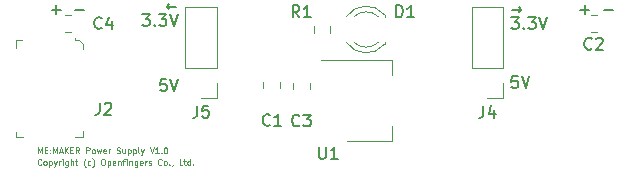
<source format=gbr>
G04 #@! TF.GenerationSoftware,KiCad,Pcbnew,(5.1.4)-1*
G04 #@! TF.CreationDate,2019-09-29T17:42:26+09:00*
G04 #@! TF.ProjectId,_autosave-project 02 micro usb,5f617574-6f73-4617-9665-2d70726f6a65,2*
G04 #@! TF.SameCoordinates,Original*
G04 #@! TF.FileFunction,Legend,Top*
G04 #@! TF.FilePolarity,Positive*
%FSLAX46Y46*%
G04 Gerber Fmt 4.6, Leading zero omitted, Abs format (unit mm)*
G04 Created by KiCad (PCBNEW (5.1.4)-1) date 2019-09-29 17:42:26*
%MOMM*%
%LPD*%
G04 APERTURE LIST*
%ADD10C,0.150000*%
%ADD11C,0.100000*%
%ADD12C,0.120000*%
G04 APERTURE END LIST*
D10*
X106369047Y-35571428D02*
X107130952Y-35571428D01*
X106750000Y-35952380D02*
X106750000Y-35190476D01*
X108369047Y-35571428D02*
X109130952Y-35571428D01*
X145273809Y-36202380D02*
X145892857Y-36202380D01*
X145559523Y-36583333D01*
X145702380Y-36583333D01*
X145797619Y-36630952D01*
X145845238Y-36678571D01*
X145892857Y-36773809D01*
X145892857Y-37011904D01*
X145845238Y-37107142D01*
X145797619Y-37154761D01*
X145702380Y-37202380D01*
X145416666Y-37202380D01*
X145321428Y-37154761D01*
X145273809Y-37107142D01*
X146321428Y-37107142D02*
X146369047Y-37154761D01*
X146321428Y-37202380D01*
X146273809Y-37154761D01*
X146321428Y-37107142D01*
X146321428Y-37202380D01*
X146702380Y-36202380D02*
X147321428Y-36202380D01*
X146988095Y-36583333D01*
X147130952Y-36583333D01*
X147226190Y-36630952D01*
X147273809Y-36678571D01*
X147321428Y-36773809D01*
X147321428Y-37011904D01*
X147273809Y-37107142D01*
X147226190Y-37154761D01*
X147130952Y-37202380D01*
X146845238Y-37202380D01*
X146750000Y-37154761D01*
X146702380Y-37107142D01*
X147607142Y-36202380D02*
X147940476Y-37202380D01*
X148273809Y-36202380D01*
X145809523Y-41202380D02*
X145333333Y-41202380D01*
X145285714Y-41678571D01*
X145333333Y-41630952D01*
X145428571Y-41583333D01*
X145666666Y-41583333D01*
X145761904Y-41630952D01*
X145809523Y-41678571D01*
X145857142Y-41773809D01*
X145857142Y-42011904D01*
X145809523Y-42107142D01*
X145761904Y-42154761D01*
X145666666Y-42202380D01*
X145428571Y-42202380D01*
X145333333Y-42154761D01*
X145285714Y-42107142D01*
X146142857Y-41202380D02*
X146476190Y-42202380D01*
X146809523Y-41202380D01*
X145369047Y-35571428D02*
X146130952Y-35571428D01*
X145940476Y-35761904D02*
X146130952Y-35571428D01*
X145940476Y-35380952D01*
X116880952Y-35321428D02*
X116119047Y-35321428D01*
X116309523Y-35511904D02*
X116119047Y-35321428D01*
X116309523Y-35130952D01*
X114023809Y-35952380D02*
X114642857Y-35952380D01*
X114309523Y-36333333D01*
X114452380Y-36333333D01*
X114547619Y-36380952D01*
X114595238Y-36428571D01*
X114642857Y-36523809D01*
X114642857Y-36761904D01*
X114595238Y-36857142D01*
X114547619Y-36904761D01*
X114452380Y-36952380D01*
X114166666Y-36952380D01*
X114071428Y-36904761D01*
X114023809Y-36857142D01*
X115071428Y-36857142D02*
X115119047Y-36904761D01*
X115071428Y-36952380D01*
X115023809Y-36904761D01*
X115071428Y-36857142D01*
X115071428Y-36952380D01*
X115452380Y-35952380D02*
X116071428Y-35952380D01*
X115738095Y-36333333D01*
X115880952Y-36333333D01*
X115976190Y-36380952D01*
X116023809Y-36428571D01*
X116071428Y-36523809D01*
X116071428Y-36761904D01*
X116023809Y-36857142D01*
X115976190Y-36904761D01*
X115880952Y-36952380D01*
X115595238Y-36952380D01*
X115500000Y-36904761D01*
X115452380Y-36857142D01*
X116357142Y-35952380D02*
X116690476Y-36952380D01*
X117023809Y-35952380D01*
X116059523Y-41452380D02*
X115583333Y-41452380D01*
X115535714Y-41928571D01*
X115583333Y-41880952D01*
X115678571Y-41833333D01*
X115916666Y-41833333D01*
X116011904Y-41880952D01*
X116059523Y-41928571D01*
X116107142Y-42023809D01*
X116107142Y-42261904D01*
X116059523Y-42357142D01*
X116011904Y-42404761D01*
X115916666Y-42452380D01*
X115678571Y-42452380D01*
X115583333Y-42404761D01*
X115535714Y-42357142D01*
X116392857Y-41452380D02*
X116726190Y-42452380D01*
X117059523Y-41452380D01*
D11*
X105469761Y-48678571D02*
X105445952Y-48702380D01*
X105374523Y-48726190D01*
X105326904Y-48726190D01*
X105255476Y-48702380D01*
X105207857Y-48654761D01*
X105184047Y-48607142D01*
X105160238Y-48511904D01*
X105160238Y-48440476D01*
X105184047Y-48345238D01*
X105207857Y-48297619D01*
X105255476Y-48250000D01*
X105326904Y-48226190D01*
X105374523Y-48226190D01*
X105445952Y-48250000D01*
X105469761Y-48273809D01*
X105755476Y-48726190D02*
X105707857Y-48702380D01*
X105684047Y-48678571D01*
X105660238Y-48630952D01*
X105660238Y-48488095D01*
X105684047Y-48440476D01*
X105707857Y-48416666D01*
X105755476Y-48392857D01*
X105826904Y-48392857D01*
X105874523Y-48416666D01*
X105898333Y-48440476D01*
X105922142Y-48488095D01*
X105922142Y-48630952D01*
X105898333Y-48678571D01*
X105874523Y-48702380D01*
X105826904Y-48726190D01*
X105755476Y-48726190D01*
X106136428Y-48392857D02*
X106136428Y-48892857D01*
X106136428Y-48416666D02*
X106184047Y-48392857D01*
X106279285Y-48392857D01*
X106326904Y-48416666D01*
X106350714Y-48440476D01*
X106374523Y-48488095D01*
X106374523Y-48630952D01*
X106350714Y-48678571D01*
X106326904Y-48702380D01*
X106279285Y-48726190D01*
X106184047Y-48726190D01*
X106136428Y-48702380D01*
X106541190Y-48392857D02*
X106660238Y-48726190D01*
X106779285Y-48392857D02*
X106660238Y-48726190D01*
X106612619Y-48845238D01*
X106588809Y-48869047D01*
X106541190Y-48892857D01*
X106969761Y-48726190D02*
X106969761Y-48392857D01*
X106969761Y-48488095D02*
X106993571Y-48440476D01*
X107017380Y-48416666D01*
X107065000Y-48392857D01*
X107112619Y-48392857D01*
X107279285Y-48726190D02*
X107279285Y-48392857D01*
X107279285Y-48226190D02*
X107255476Y-48250000D01*
X107279285Y-48273809D01*
X107303095Y-48250000D01*
X107279285Y-48226190D01*
X107279285Y-48273809D01*
X107731666Y-48392857D02*
X107731666Y-48797619D01*
X107707857Y-48845238D01*
X107684047Y-48869047D01*
X107636428Y-48892857D01*
X107565000Y-48892857D01*
X107517380Y-48869047D01*
X107731666Y-48702380D02*
X107684047Y-48726190D01*
X107588809Y-48726190D01*
X107541190Y-48702380D01*
X107517380Y-48678571D01*
X107493571Y-48630952D01*
X107493571Y-48488095D01*
X107517380Y-48440476D01*
X107541190Y-48416666D01*
X107588809Y-48392857D01*
X107684047Y-48392857D01*
X107731666Y-48416666D01*
X107969761Y-48726190D02*
X107969761Y-48226190D01*
X108184047Y-48726190D02*
X108184047Y-48464285D01*
X108160238Y-48416666D01*
X108112619Y-48392857D01*
X108041190Y-48392857D01*
X107993571Y-48416666D01*
X107969761Y-48440476D01*
X108350714Y-48392857D02*
X108541190Y-48392857D01*
X108422142Y-48226190D02*
X108422142Y-48654761D01*
X108445952Y-48702380D01*
X108493571Y-48726190D01*
X108541190Y-48726190D01*
X109231666Y-48916666D02*
X109207857Y-48892857D01*
X109160238Y-48821428D01*
X109136428Y-48773809D01*
X109112619Y-48702380D01*
X109088809Y-48583333D01*
X109088809Y-48488095D01*
X109112619Y-48369047D01*
X109136428Y-48297619D01*
X109160238Y-48250000D01*
X109207857Y-48178571D01*
X109231666Y-48154761D01*
X109636428Y-48702380D02*
X109588809Y-48726190D01*
X109493571Y-48726190D01*
X109445952Y-48702380D01*
X109422142Y-48678571D01*
X109398333Y-48630952D01*
X109398333Y-48488095D01*
X109422142Y-48440476D01*
X109445952Y-48416666D01*
X109493571Y-48392857D01*
X109588809Y-48392857D01*
X109636428Y-48416666D01*
X109803095Y-48916666D02*
X109826904Y-48892857D01*
X109874523Y-48821428D01*
X109898333Y-48773809D01*
X109922142Y-48702380D01*
X109945952Y-48583333D01*
X109945952Y-48488095D01*
X109922142Y-48369047D01*
X109898333Y-48297619D01*
X109874523Y-48250000D01*
X109826904Y-48178571D01*
X109803095Y-48154761D01*
X110660238Y-48226190D02*
X110755476Y-48226190D01*
X110803095Y-48250000D01*
X110850714Y-48297619D01*
X110874523Y-48392857D01*
X110874523Y-48559523D01*
X110850714Y-48654761D01*
X110803095Y-48702380D01*
X110755476Y-48726190D01*
X110660238Y-48726190D01*
X110612619Y-48702380D01*
X110565000Y-48654761D01*
X110541190Y-48559523D01*
X110541190Y-48392857D01*
X110565000Y-48297619D01*
X110612619Y-48250000D01*
X110660238Y-48226190D01*
X111088809Y-48392857D02*
X111088809Y-48892857D01*
X111088809Y-48416666D02*
X111136428Y-48392857D01*
X111231666Y-48392857D01*
X111279285Y-48416666D01*
X111303095Y-48440476D01*
X111326904Y-48488095D01*
X111326904Y-48630952D01*
X111303095Y-48678571D01*
X111279285Y-48702380D01*
X111231666Y-48726190D01*
X111136428Y-48726190D01*
X111088809Y-48702380D01*
X111731666Y-48702380D02*
X111684047Y-48726190D01*
X111588809Y-48726190D01*
X111541190Y-48702380D01*
X111517380Y-48654761D01*
X111517380Y-48464285D01*
X111541190Y-48416666D01*
X111588809Y-48392857D01*
X111684047Y-48392857D01*
X111731666Y-48416666D01*
X111755476Y-48464285D01*
X111755476Y-48511904D01*
X111517380Y-48559523D01*
X111969761Y-48392857D02*
X111969761Y-48726190D01*
X111969761Y-48440476D02*
X111993571Y-48416666D01*
X112041190Y-48392857D01*
X112112619Y-48392857D01*
X112160238Y-48416666D01*
X112184047Y-48464285D01*
X112184047Y-48726190D01*
X112350714Y-48392857D02*
X112541190Y-48392857D01*
X112422142Y-48726190D02*
X112422142Y-48297619D01*
X112445952Y-48250000D01*
X112493571Y-48226190D01*
X112541190Y-48226190D01*
X112707857Y-48726190D02*
X112707857Y-48392857D01*
X112707857Y-48226190D02*
X112684047Y-48250000D01*
X112707857Y-48273809D01*
X112731666Y-48250000D01*
X112707857Y-48226190D01*
X112707857Y-48273809D01*
X112945952Y-48392857D02*
X112945952Y-48726190D01*
X112945952Y-48440476D02*
X112969761Y-48416666D01*
X113017380Y-48392857D01*
X113088809Y-48392857D01*
X113136428Y-48416666D01*
X113160238Y-48464285D01*
X113160238Y-48726190D01*
X113612619Y-48392857D02*
X113612619Y-48797619D01*
X113588809Y-48845238D01*
X113565000Y-48869047D01*
X113517380Y-48892857D01*
X113445952Y-48892857D01*
X113398333Y-48869047D01*
X113612619Y-48702380D02*
X113565000Y-48726190D01*
X113469761Y-48726190D01*
X113422142Y-48702380D01*
X113398333Y-48678571D01*
X113374523Y-48630952D01*
X113374523Y-48488095D01*
X113398333Y-48440476D01*
X113422142Y-48416666D01*
X113469761Y-48392857D01*
X113565000Y-48392857D01*
X113612619Y-48416666D01*
X114041190Y-48702380D02*
X113993571Y-48726190D01*
X113898333Y-48726190D01*
X113850714Y-48702380D01*
X113826904Y-48654761D01*
X113826904Y-48464285D01*
X113850714Y-48416666D01*
X113898333Y-48392857D01*
X113993571Y-48392857D01*
X114041190Y-48416666D01*
X114065000Y-48464285D01*
X114065000Y-48511904D01*
X113826904Y-48559523D01*
X114279285Y-48726190D02*
X114279285Y-48392857D01*
X114279285Y-48488095D02*
X114303095Y-48440476D01*
X114326904Y-48416666D01*
X114374523Y-48392857D01*
X114422142Y-48392857D01*
X114565000Y-48702380D02*
X114612619Y-48726190D01*
X114707857Y-48726190D01*
X114755476Y-48702380D01*
X114779285Y-48654761D01*
X114779285Y-48630952D01*
X114755476Y-48583333D01*
X114707857Y-48559523D01*
X114636428Y-48559523D01*
X114588809Y-48535714D01*
X114565000Y-48488095D01*
X114565000Y-48464285D01*
X114588809Y-48416666D01*
X114636428Y-48392857D01*
X114707857Y-48392857D01*
X114755476Y-48416666D01*
X115660238Y-48678571D02*
X115636428Y-48702380D01*
X115565000Y-48726190D01*
X115517380Y-48726190D01*
X115445952Y-48702380D01*
X115398333Y-48654761D01*
X115374523Y-48607142D01*
X115350714Y-48511904D01*
X115350714Y-48440476D01*
X115374523Y-48345238D01*
X115398333Y-48297619D01*
X115445952Y-48250000D01*
X115517380Y-48226190D01*
X115565000Y-48226190D01*
X115636428Y-48250000D01*
X115660238Y-48273809D01*
X115945952Y-48726190D02*
X115898333Y-48702380D01*
X115874523Y-48678571D01*
X115850714Y-48630952D01*
X115850714Y-48488095D01*
X115874523Y-48440476D01*
X115898333Y-48416666D01*
X115945952Y-48392857D01*
X116017380Y-48392857D01*
X116065000Y-48416666D01*
X116088809Y-48440476D01*
X116112619Y-48488095D01*
X116112619Y-48630952D01*
X116088809Y-48678571D01*
X116065000Y-48702380D01*
X116017380Y-48726190D01*
X115945952Y-48726190D01*
X116326904Y-48678571D02*
X116350714Y-48702380D01*
X116326904Y-48726190D01*
X116303095Y-48702380D01*
X116326904Y-48678571D01*
X116326904Y-48726190D01*
X116588809Y-48702380D02*
X116588809Y-48726190D01*
X116565000Y-48773809D01*
X116541190Y-48797619D01*
X117422142Y-48726190D02*
X117184047Y-48726190D01*
X117184047Y-48226190D01*
X117517380Y-48392857D02*
X117707857Y-48392857D01*
X117588809Y-48226190D02*
X117588809Y-48654761D01*
X117612619Y-48702380D01*
X117660238Y-48726190D01*
X117707857Y-48726190D01*
X118088809Y-48726190D02*
X118088809Y-48226190D01*
X118088809Y-48702380D02*
X118041190Y-48726190D01*
X117945952Y-48726190D01*
X117898333Y-48702380D01*
X117874523Y-48678571D01*
X117850714Y-48630952D01*
X117850714Y-48488095D01*
X117874523Y-48440476D01*
X117898333Y-48416666D01*
X117945952Y-48392857D01*
X118041190Y-48392857D01*
X118088809Y-48416666D01*
X118326904Y-48678571D02*
X118350714Y-48702380D01*
X118326904Y-48726190D01*
X118303095Y-48702380D01*
X118326904Y-48678571D01*
X118326904Y-48726190D01*
X105184047Y-47726190D02*
X105184047Y-47226190D01*
X105350714Y-47583333D01*
X105517380Y-47226190D01*
X105517380Y-47726190D01*
X105755476Y-47464285D02*
X105922142Y-47464285D01*
X105993571Y-47726190D02*
X105755476Y-47726190D01*
X105755476Y-47226190D01*
X105993571Y-47226190D01*
X106207857Y-47678571D02*
X106231666Y-47702380D01*
X106207857Y-47726190D01*
X106184047Y-47702380D01*
X106207857Y-47678571D01*
X106207857Y-47726190D01*
X106207857Y-47416666D02*
X106231666Y-47440476D01*
X106207857Y-47464285D01*
X106184047Y-47440476D01*
X106207857Y-47416666D01*
X106207857Y-47464285D01*
X106445952Y-47726190D02*
X106445952Y-47226190D01*
X106612619Y-47583333D01*
X106779285Y-47226190D01*
X106779285Y-47726190D01*
X106993571Y-47583333D02*
X107231666Y-47583333D01*
X106945952Y-47726190D02*
X107112619Y-47226190D01*
X107279285Y-47726190D01*
X107445952Y-47726190D02*
X107445952Y-47226190D01*
X107731666Y-47726190D02*
X107517380Y-47440476D01*
X107731666Y-47226190D02*
X107445952Y-47511904D01*
X107945952Y-47464285D02*
X108112619Y-47464285D01*
X108184047Y-47726190D02*
X107945952Y-47726190D01*
X107945952Y-47226190D01*
X108184047Y-47226190D01*
X108684047Y-47726190D02*
X108517380Y-47488095D01*
X108398333Y-47726190D02*
X108398333Y-47226190D01*
X108588809Y-47226190D01*
X108636428Y-47250000D01*
X108660238Y-47273809D01*
X108684047Y-47321428D01*
X108684047Y-47392857D01*
X108660238Y-47440476D01*
X108636428Y-47464285D01*
X108588809Y-47488095D01*
X108398333Y-47488095D01*
X109279285Y-47726190D02*
X109279285Y-47226190D01*
X109469761Y-47226190D01*
X109517380Y-47250000D01*
X109541190Y-47273809D01*
X109565000Y-47321428D01*
X109565000Y-47392857D01*
X109541190Y-47440476D01*
X109517380Y-47464285D01*
X109469761Y-47488095D01*
X109279285Y-47488095D01*
X109850714Y-47726190D02*
X109803095Y-47702380D01*
X109779285Y-47678571D01*
X109755476Y-47630952D01*
X109755476Y-47488095D01*
X109779285Y-47440476D01*
X109803095Y-47416666D01*
X109850714Y-47392857D01*
X109922142Y-47392857D01*
X109969761Y-47416666D01*
X109993571Y-47440476D01*
X110017380Y-47488095D01*
X110017380Y-47630952D01*
X109993571Y-47678571D01*
X109969761Y-47702380D01*
X109922142Y-47726190D01*
X109850714Y-47726190D01*
X110184047Y-47392857D02*
X110279285Y-47726190D01*
X110374523Y-47488095D01*
X110469761Y-47726190D01*
X110565000Y-47392857D01*
X110945952Y-47702380D02*
X110898333Y-47726190D01*
X110803095Y-47726190D01*
X110755476Y-47702380D01*
X110731666Y-47654761D01*
X110731666Y-47464285D01*
X110755476Y-47416666D01*
X110803095Y-47392857D01*
X110898333Y-47392857D01*
X110945952Y-47416666D01*
X110969761Y-47464285D01*
X110969761Y-47511904D01*
X110731666Y-47559523D01*
X111184047Y-47726190D02*
X111184047Y-47392857D01*
X111184047Y-47488095D02*
X111207857Y-47440476D01*
X111231666Y-47416666D01*
X111279285Y-47392857D01*
X111326904Y-47392857D01*
X111850714Y-47702380D02*
X111922142Y-47726190D01*
X112041190Y-47726190D01*
X112088809Y-47702380D01*
X112112619Y-47678571D01*
X112136428Y-47630952D01*
X112136428Y-47583333D01*
X112112619Y-47535714D01*
X112088809Y-47511904D01*
X112041190Y-47488095D01*
X111945952Y-47464285D01*
X111898333Y-47440476D01*
X111874523Y-47416666D01*
X111850714Y-47369047D01*
X111850714Y-47321428D01*
X111874523Y-47273809D01*
X111898333Y-47250000D01*
X111945952Y-47226190D01*
X112065000Y-47226190D01*
X112136428Y-47250000D01*
X112565000Y-47392857D02*
X112565000Y-47726190D01*
X112350714Y-47392857D02*
X112350714Y-47654761D01*
X112374523Y-47702380D01*
X112422142Y-47726190D01*
X112493571Y-47726190D01*
X112541190Y-47702380D01*
X112565000Y-47678571D01*
X112803095Y-47392857D02*
X112803095Y-47892857D01*
X112803095Y-47416666D02*
X112850714Y-47392857D01*
X112945952Y-47392857D01*
X112993571Y-47416666D01*
X113017380Y-47440476D01*
X113041190Y-47488095D01*
X113041190Y-47630952D01*
X113017380Y-47678571D01*
X112993571Y-47702380D01*
X112945952Y-47726190D01*
X112850714Y-47726190D01*
X112803095Y-47702380D01*
X113255476Y-47392857D02*
X113255476Y-47892857D01*
X113255476Y-47416666D02*
X113303095Y-47392857D01*
X113398333Y-47392857D01*
X113445952Y-47416666D01*
X113469761Y-47440476D01*
X113493571Y-47488095D01*
X113493571Y-47630952D01*
X113469761Y-47678571D01*
X113445952Y-47702380D01*
X113398333Y-47726190D01*
X113303095Y-47726190D01*
X113255476Y-47702380D01*
X113779285Y-47726190D02*
X113731666Y-47702380D01*
X113707857Y-47654761D01*
X113707857Y-47226190D01*
X113922142Y-47392857D02*
X114041190Y-47726190D01*
X114160238Y-47392857D02*
X114041190Y-47726190D01*
X113993571Y-47845238D01*
X113969761Y-47869047D01*
X113922142Y-47892857D01*
X114660238Y-47226190D02*
X114826904Y-47726190D01*
X114993571Y-47226190D01*
X115422142Y-47726190D02*
X115136428Y-47726190D01*
X115279285Y-47726190D02*
X115279285Y-47226190D01*
X115231666Y-47297619D01*
X115184047Y-47345238D01*
X115136428Y-47369047D01*
X115636428Y-47678571D02*
X115660238Y-47702380D01*
X115636428Y-47726190D01*
X115612619Y-47702380D01*
X115636428Y-47678571D01*
X115636428Y-47726190D01*
X115969761Y-47226190D02*
X116017380Y-47226190D01*
X116065000Y-47250000D01*
X116088809Y-47273809D01*
X116112619Y-47321428D01*
X116136428Y-47416666D01*
X116136428Y-47535714D01*
X116112619Y-47630952D01*
X116088809Y-47678571D01*
X116065000Y-47702380D01*
X116017380Y-47726190D01*
X115969761Y-47726190D01*
X115922142Y-47702380D01*
X115898333Y-47678571D01*
X115874523Y-47630952D01*
X115850714Y-47535714D01*
X115850714Y-47416666D01*
X115874523Y-47321428D01*
X115898333Y-47273809D01*
X115922142Y-47250000D01*
X115969761Y-47226190D01*
D10*
X151119047Y-35571428D02*
X151880952Y-35571428D01*
X151500000Y-35952380D02*
X151500000Y-35190476D01*
X153119047Y-35571428D02*
X153880952Y-35571428D01*
D12*
X124290000Y-42236252D02*
X124290000Y-41713748D01*
X125710000Y-42236252D02*
X125710000Y-41713748D01*
X151988748Y-36040000D02*
X152511252Y-36040000D01*
X151988748Y-37460000D02*
X152511252Y-37460000D01*
X128210000Y-42286252D02*
X128210000Y-41763748D01*
X126790000Y-42286252D02*
X126790000Y-41763748D01*
X107463748Y-37460000D02*
X107986252Y-37460000D01*
X107463748Y-36040000D02*
X107986252Y-36040000D01*
X131307665Y-38328608D02*
G75*
G03X134540000Y-38485516I1672335J1078608D01*
G01*
X131307665Y-36171392D02*
G75*
G02X134540000Y-36014484I1672335J-1078608D01*
G01*
X131938870Y-38329837D02*
G75*
G03X134020961Y-38330000I1041130J1079837D01*
G01*
X131938870Y-36170163D02*
G75*
G02X134020961Y-36170000I1041130J-1079837D01*
G01*
X134540000Y-38486000D02*
X134540000Y-38330000D01*
X134540000Y-36170000D02*
X134540000Y-36014000D01*
X128540000Y-37511252D02*
X128540000Y-36988748D01*
X129960000Y-37511252D02*
X129960000Y-36988748D01*
X135160000Y-46660000D02*
X135160000Y-45400000D01*
X135160000Y-39840000D02*
X135160000Y-41100000D01*
X131400000Y-46660000D02*
X135160000Y-46660000D01*
X129150000Y-39840000D02*
X135160000Y-39840000D01*
D11*
X103850000Y-38150000D02*
X103300000Y-38150000D01*
X103300000Y-38150000D02*
X103300000Y-38800000D01*
X103900000Y-46350000D02*
X103300000Y-46350000D01*
X103300000Y-46350000D02*
X103300000Y-45950000D01*
X109000000Y-45850000D02*
X109000000Y-46350000D01*
X109000000Y-46350000D02*
X108300000Y-46350000D01*
X109000000Y-38900000D02*
X109000000Y-38450000D01*
X109000000Y-38450000D02*
X108650000Y-38150000D01*
X108650000Y-38150000D02*
X108350000Y-38150000D01*
X108350000Y-38150000D02*
X108350000Y-38000000D01*
D12*
X144580000Y-35340000D02*
X141920000Y-35340000D01*
X144580000Y-40480000D02*
X144580000Y-35340000D01*
X141920000Y-40480000D02*
X141920000Y-35340000D01*
X144580000Y-40480000D02*
X141920000Y-40480000D01*
X144580000Y-41750000D02*
X144580000Y-43080000D01*
X144580000Y-43080000D02*
X143250000Y-43080000D01*
X120330000Y-43080000D02*
X119000000Y-43080000D01*
X120330000Y-41750000D02*
X120330000Y-43080000D01*
X120330000Y-40480000D02*
X117670000Y-40480000D01*
X117670000Y-40480000D02*
X117670000Y-35340000D01*
X120330000Y-40480000D02*
X120330000Y-35340000D01*
X120330000Y-35340000D02*
X117670000Y-35340000D01*
D10*
X124833333Y-45307142D02*
X124785714Y-45354761D01*
X124642857Y-45402380D01*
X124547619Y-45402380D01*
X124404761Y-45354761D01*
X124309523Y-45259523D01*
X124261904Y-45164285D01*
X124214285Y-44973809D01*
X124214285Y-44830952D01*
X124261904Y-44640476D01*
X124309523Y-44545238D01*
X124404761Y-44450000D01*
X124547619Y-44402380D01*
X124642857Y-44402380D01*
X124785714Y-44450000D01*
X124833333Y-44497619D01*
X125785714Y-45402380D02*
X125214285Y-45402380D01*
X125500000Y-45402380D02*
X125500000Y-44402380D01*
X125404761Y-44545238D01*
X125309523Y-44640476D01*
X125214285Y-44688095D01*
X152083333Y-38857142D02*
X152035714Y-38904761D01*
X151892857Y-38952380D01*
X151797619Y-38952380D01*
X151654761Y-38904761D01*
X151559523Y-38809523D01*
X151511904Y-38714285D01*
X151464285Y-38523809D01*
X151464285Y-38380952D01*
X151511904Y-38190476D01*
X151559523Y-38095238D01*
X151654761Y-38000000D01*
X151797619Y-37952380D01*
X151892857Y-37952380D01*
X152035714Y-38000000D01*
X152083333Y-38047619D01*
X152464285Y-38047619D02*
X152511904Y-38000000D01*
X152607142Y-37952380D01*
X152845238Y-37952380D01*
X152940476Y-38000000D01*
X152988095Y-38047619D01*
X153035714Y-38142857D01*
X153035714Y-38238095D01*
X152988095Y-38380952D01*
X152416666Y-38952380D01*
X153035714Y-38952380D01*
X127333333Y-45357142D02*
X127285714Y-45404761D01*
X127142857Y-45452380D01*
X127047619Y-45452380D01*
X126904761Y-45404761D01*
X126809523Y-45309523D01*
X126761904Y-45214285D01*
X126714285Y-45023809D01*
X126714285Y-44880952D01*
X126761904Y-44690476D01*
X126809523Y-44595238D01*
X126904761Y-44500000D01*
X127047619Y-44452380D01*
X127142857Y-44452380D01*
X127285714Y-44500000D01*
X127333333Y-44547619D01*
X127666666Y-44452380D02*
X128285714Y-44452380D01*
X127952380Y-44833333D01*
X128095238Y-44833333D01*
X128190476Y-44880952D01*
X128238095Y-44928571D01*
X128285714Y-45023809D01*
X128285714Y-45261904D01*
X128238095Y-45357142D01*
X128190476Y-45404761D01*
X128095238Y-45452380D01*
X127809523Y-45452380D01*
X127714285Y-45404761D01*
X127666666Y-45357142D01*
X110583333Y-37107142D02*
X110535714Y-37154761D01*
X110392857Y-37202380D01*
X110297619Y-37202380D01*
X110154761Y-37154761D01*
X110059523Y-37059523D01*
X110011904Y-36964285D01*
X109964285Y-36773809D01*
X109964285Y-36630952D01*
X110011904Y-36440476D01*
X110059523Y-36345238D01*
X110154761Y-36250000D01*
X110297619Y-36202380D01*
X110392857Y-36202380D01*
X110535714Y-36250000D01*
X110583333Y-36297619D01*
X111440476Y-36535714D02*
X111440476Y-37202380D01*
X111202380Y-36154761D02*
X110964285Y-36869047D01*
X111583333Y-36869047D01*
X135511904Y-36202380D02*
X135511904Y-35202380D01*
X135750000Y-35202380D01*
X135892857Y-35250000D01*
X135988095Y-35345238D01*
X136035714Y-35440476D01*
X136083333Y-35630952D01*
X136083333Y-35773809D01*
X136035714Y-35964285D01*
X135988095Y-36059523D01*
X135892857Y-36154761D01*
X135750000Y-36202380D01*
X135511904Y-36202380D01*
X137035714Y-36202380D02*
X136464285Y-36202380D01*
X136750000Y-36202380D02*
X136750000Y-35202380D01*
X136654761Y-35345238D01*
X136559523Y-35440476D01*
X136464285Y-35488095D01*
X127333333Y-36202380D02*
X127000000Y-35726190D01*
X126761904Y-36202380D02*
X126761904Y-35202380D01*
X127142857Y-35202380D01*
X127238095Y-35250000D01*
X127285714Y-35297619D01*
X127333333Y-35392857D01*
X127333333Y-35535714D01*
X127285714Y-35630952D01*
X127238095Y-35678571D01*
X127142857Y-35726190D01*
X126761904Y-35726190D01*
X128285714Y-36202380D02*
X127714285Y-36202380D01*
X128000000Y-36202380D02*
X128000000Y-35202380D01*
X127904761Y-35345238D01*
X127809523Y-35440476D01*
X127714285Y-35488095D01*
X128988095Y-47202380D02*
X128988095Y-48011904D01*
X129035714Y-48107142D01*
X129083333Y-48154761D01*
X129178571Y-48202380D01*
X129369047Y-48202380D01*
X129464285Y-48154761D01*
X129511904Y-48107142D01*
X129559523Y-48011904D01*
X129559523Y-47202380D01*
X130559523Y-48202380D02*
X129988095Y-48202380D01*
X130273809Y-48202380D02*
X130273809Y-47202380D01*
X130178571Y-47345238D01*
X130083333Y-47440476D01*
X129988095Y-47488095D01*
X110416666Y-43452380D02*
X110416666Y-44166666D01*
X110369047Y-44309523D01*
X110273809Y-44404761D01*
X110130952Y-44452380D01*
X110035714Y-44452380D01*
X110845238Y-43547619D02*
X110892857Y-43500000D01*
X110988095Y-43452380D01*
X111226190Y-43452380D01*
X111321428Y-43500000D01*
X111369047Y-43547619D01*
X111416666Y-43642857D01*
X111416666Y-43738095D01*
X111369047Y-43880952D01*
X110797619Y-44452380D01*
X111416666Y-44452380D01*
X142916666Y-43702380D02*
X142916666Y-44416666D01*
X142869047Y-44559523D01*
X142773809Y-44654761D01*
X142630952Y-44702380D01*
X142535714Y-44702380D01*
X143821428Y-44035714D02*
X143821428Y-44702380D01*
X143583333Y-43654761D02*
X143345238Y-44369047D01*
X143964285Y-44369047D01*
X118666666Y-43702380D02*
X118666666Y-44416666D01*
X118619047Y-44559523D01*
X118523809Y-44654761D01*
X118380952Y-44702380D01*
X118285714Y-44702380D01*
X119619047Y-43702380D02*
X119142857Y-43702380D01*
X119095238Y-44178571D01*
X119142857Y-44130952D01*
X119238095Y-44083333D01*
X119476190Y-44083333D01*
X119571428Y-44130952D01*
X119619047Y-44178571D01*
X119666666Y-44273809D01*
X119666666Y-44511904D01*
X119619047Y-44607142D01*
X119571428Y-44654761D01*
X119476190Y-44702380D01*
X119238095Y-44702380D01*
X119142857Y-44654761D01*
X119095238Y-44607142D01*
M02*

</source>
